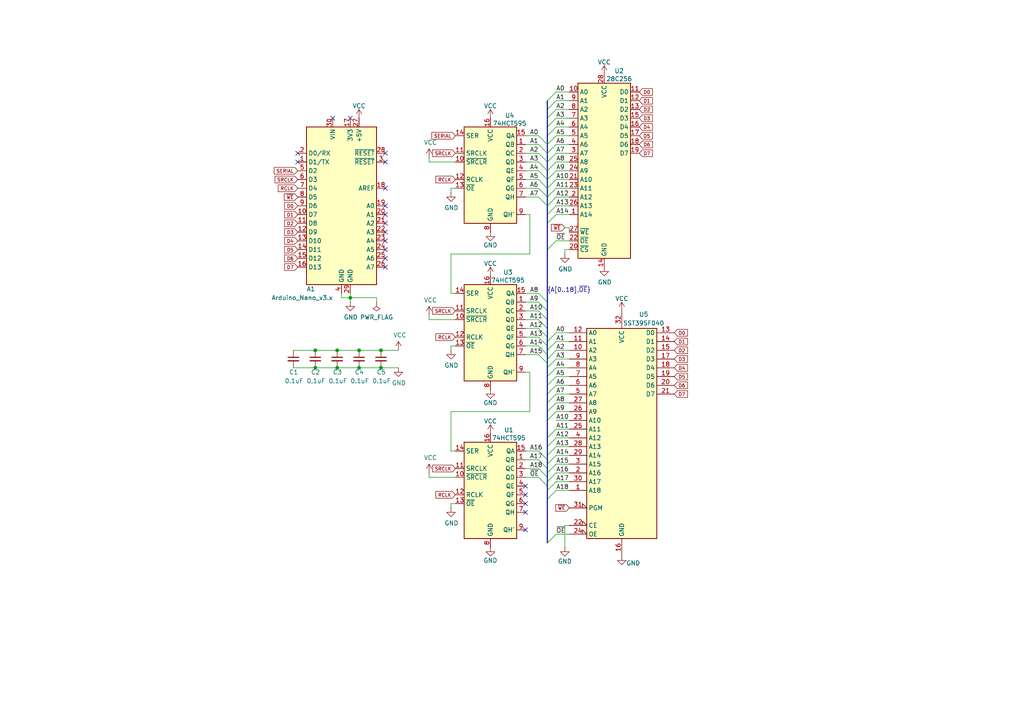
<source format=kicad_sch>
(kicad_sch (version 20231120) (generator "eeschema") (generator_version "8.0")
  (paper "A4")
  (title_block (title "MemoryProgrammer") (date "2024-04-01") (rev "2024-04-01"))
  (lib_symbols
    (symbol "74xx:74HCT595"
      (property "Reference" "U" (at -7.62 13.97 0))
      (property "Value" "74HCT595" (at -7.62 -16.51 0))
      (symbol "74HCT595_1_0"
        (pin tri_state line (at 10.16 7.62 180) (length 2.54) (name "QB") (number "1"))
        (pin input line (at -10.16 2.54 0) (length 2.54) (name "~{SRCLR}") (number "10"))
        (pin input line (at -10.16 5.08 0) (length 2.54) (name "SRCLK") (number "11"))
        (pin input line (at -10.16 -2.54 0) (length 2.54) (name "RCLK") (number "12"))
        (pin input line (at -10.16 -5.08 0) (length 2.54) (name "~{OE}") (number "13"))
        (pin input line (at -10.16 10.16 0) (length 2.54) (name "SER") (number "14"))
        (pin tri_state line (at 10.16 10.16 180) (length 2.54) (name "QA") (number "15"))
        (pin power_in line (at 0 15.24 270) (length 2.54) (name "VCC") (number "16"))
        (pin tri_state line (at 10.16 5.08 180) (length 2.54) (name "QC") (number "2"))
        (pin tri_state line (at 10.16 2.54 180) (length 2.54) (name "QD") (number "3"))
        (pin tri_state line (at 10.16 0 180) (length 2.54) (name "QE") (number "4"))
        (pin tri_state line (at 10.16 -2.54 180) (length 2.54) (name "QF") (number "5"))
        (pin tri_state line (at 10.16 -5.08 180) (length 2.54) (name "QG") (number "6"))
        (pin tri_state line (at 10.16 -7.62 180) (length 2.54) (name "QH") (number "7"))
        (pin power_in line (at 0 -17.78 90) (length 2.54) (name "GND") (number "8"))
        (pin output line (at 10.16 -12.7 180) (length 2.54) (name "QH'") (number "9"))
      )
      (symbol "74HCT595_1_1"
        (rectangle (start -7.62 12.7) (end 7.62 -15.24) (stroke (width 0.254)) (fill (type background)))
      )
    )
    (symbol "Device:C_Small" (pin_numbers hide) (pin_names (offset 0.254) hide)
      (property "Reference" "C" (at 0.254 1.778 0))
      (property "Value" "C_Small" (at 0.254 -2.032 0))
      (symbol "C_Small_0_1"
        (polyline (pts (xy -1.524 -0.508) (xy 1.524 -0.508)) (stroke (width 0.3302)))
        (polyline (pts (xy -1.524 0.508) (xy 1.524 0.508)) (stroke (width 0.3048)))
      )
      (symbol "C_Small_1_1"
        (pin passive line (at 0 2.54 270) (length 2.032) (name "~") (number "1"))
        (pin passive line (at 0 -2.54 90) (length 2.032) (name "~") (number "2"))
      )
    )
    (symbol "MCU_Module:Arduino_Nano_v3.x"
      (property "Reference" "A" (at -10.16 23.495 0))
      (property "Value" "Arduino_Nano_v3.x" (at 5.08 -24.13 0))
      (symbol "Arduino_Nano_v3.x_0_1"
        (rectangle (start -10.16 22.86) (end 10.16 -22.86) (stroke (width 0.254)) (fill (type background)))
      )
      (symbol "Arduino_Nano_v3.x_1_1"
        (pin bidirectional line (at -12.7 12.7 0) (length 2.54) (name "D1/TX") (number "1"))
        (pin bidirectional line (at -12.7 -2.54 0) (length 2.54) (name "D7") (number "10"))
        (pin bidirectional line (at -12.7 -5.08 0) (length 2.54) (name "D8") (number "11"))
        (pin bidirectional line (at -12.7 -7.62 0) (length 2.54) (name "D9") (number "12"))
        (pin bidirectional line (at -12.7 -10.16 0) (length 2.54) (name "D10") (number "13"))
        (pin bidirectional line (at -12.7 -12.7 0) (length 2.54) (name "D11") (number "14"))
        (pin bidirectional line (at -12.7 -15.24 0) (length 2.54) (name "D12") (number "15"))
        (pin bidirectional line (at -12.7 -17.78 0) (length 2.54) (name "D13") (number "16"))
        (pin power_out line (at 2.54 25.4 270) (length 2.54) (name "3V3") (number "17"))
        (pin input line (at 12.7 5.08 180) (length 2.54) (name "AREF") (number "18"))
        (pin bidirectional line (at 12.7 0 180) (length 2.54) (name "A0") (number "19"))
        (pin bidirectional line (at -12.7 15.24 0) (length 2.54) (name "D0/RX") (number "2"))
        (pin bidirectional line (at 12.7 -2.54 180) (length 2.54) (name "A1") (number "20"))
        (pin bidirectional line (at 12.7 -5.08 180) (length 2.54) (name "A2") (number "21"))
        (pin bidirectional line (at 12.7 -7.62 180) (length 2.54) (name "A3") (number "22"))
        (pin bidirectional line (at 12.7 -10.16 180) (length 2.54) (name "A4") (number "23"))
        (pin bidirectional line (at 12.7 -12.7 180) (length 2.54) (name "A5") (number "24"))
        (pin bidirectional line (at 12.7 -15.24 180) (length 2.54) (name "A6") (number "25"))
        (pin bidirectional line (at 12.7 -17.78 180) (length 2.54) (name "A7") (number "26"))
        (pin power_out line (at 5.08 25.4 270) (length 2.54) (name "+5V") (number "27"))
        (pin input line (at 12.7 15.24 180) (length 2.54) (name "~{RESET}") (number "28"))
        (pin power_in line (at 2.54 -25.4 90) (length 2.54) (name "GND") (number "29"))
        (pin input line (at 12.7 12.7 180) (length 2.54) (name "~{RESET}") (number "3"))
        (pin power_in line (at -2.54 25.4 270) (length 2.54) (name "VIN") (number "30"))
        (pin power_in line (at 0 -25.4 90) (length 2.54) (name "GND") (number "4"))
        (pin bidirectional line (at -12.7 10.16 0) (length 2.54) (name "D2") (number "5"))
        (pin bidirectional line (at -12.7 7.62 0) (length 2.54) (name "D3") (number "6"))
        (pin bidirectional line (at -12.7 5.08 0) (length 2.54) (name "D4") (number "7"))
        (pin bidirectional line (at -12.7 2.54 0) (length 2.54) (name "D5") (number "8"))
        (pin bidirectional line (at -12.7 0 0) (length 2.54) (name "D6") (number "9"))
      )
    )
    (symbol "Memory_EEPROM:28C256"
      (property "Reference" "U" (at -7.62 26.67 0))
      (property "Value" "28C256" (at 2.54 -26.67 0))
      (symbol "28C256_1_1"
        (rectangle (start -7.62 25.4) (end 7.62 -25.4) (stroke (width 0.254)) (fill (type background)))
        (pin input line (at -10.16 -12.7 0) (length 2.54) (name "A14") (number "1"))
        (pin input line (at -10.16 22.86 0) (length 2.54) (name "A0") (number "10"))
        (pin tri_state line (at 10.16 22.86 180) (length 2.54) (name "D0") (number "11"))
        (pin tri_state line (at 10.16 20.32 180) (length 2.54) (name "D1") (number "12"))
        (pin tri_state line (at 10.16 17.78 180) (length 2.54) (name "D2") (number "13"))
        (pin power_in line (at 0 -27.94 90) (length 2.54) (name "GND") (number "14"))
        (pin tri_state line (at 10.16 15.24 180) (length 2.54) (name "D3") (number "15"))
        (pin tri_state line (at 10.16 12.7 180) (length 2.54) (name "D4") (number "16"))
        (pin tri_state line (at 10.16 10.16 180) (length 2.54) (name "D5") (number "17"))
        (pin tri_state line (at 10.16 7.62 180) (length 2.54) (name "D6") (number "18"))
        (pin tri_state line (at 10.16 5.08 180) (length 2.54) (name "D7") (number "19"))
        (pin input line (at -10.16 -7.62 0) (length 2.54) (name "A12") (number "2"))
        (pin input line (at -10.16 -22.86 0) (length 2.54) (name "~{CS}") (number "20"))
        (pin input line (at -10.16 -2.54 0) (length 2.54) (name "A10") (number "21"))
        (pin input line (at -10.16 -20.32 0) (length 2.54) (name "~{OE}") (number "22"))
        (pin input line (at -10.16 -5.08 0) (length 2.54) (name "A11") (number "23"))
        (pin input line (at -10.16 0 0) (length 2.54) (name "A9") (number "24"))
        (pin input line (at -10.16 2.54 0) (length 2.54) (name "A8") (number "25"))
        (pin input line (at -10.16 -10.16 0) (length 2.54) (name "A13") (number "26"))
        (pin input line (at -10.16 -17.78 0) (length 2.54) (name "~{WE}") (number "27"))
        (pin power_in line (at 0 27.94 270) (length 2.54) (name "VCC") (number "28"))
        (pin input line (at -10.16 5.08 0) (length 2.54) (name "A7") (number "3"))
        (pin input line (at -10.16 7.62 0) (length 2.54) (name "A6") (number "4"))
        (pin input line (at -10.16 10.16 0) (length 2.54) (name "A5") (number "5"))
        (pin input line (at -10.16 12.7 0) (length 2.54) (name "A4") (number "6"))
        (pin input line (at -10.16 15.24 0) (length 2.54) (name "A3") (number "7"))
        (pin input line (at -10.16 17.78 0) (length 2.54) (name "A2") (number "8"))
        (pin input line (at -10.16 20.32 0) (length 2.54) (name "A1") (number "9"))
      )
    )
    (symbol "Memory_Flash:SST39SF040"
      (property "Reference" "U" (at 2.54 33.02 0))
      (property "Value" "SST39SF040" (at 0 -30.48 0))
      (symbol "SST39SF040_0_0"
        (pin power_in line (at 0 -34.29 90) (length 5.08) (name "GND") (number "16"))
        (pin power_in line (at 0 36.83 270) (length 5.08) (name "VCC") (number "32"))
      )
      (symbol "SST39SF040_0_1"
        (rectangle (start -10.16 31.75) (end 10.16 -29.21) (stroke (width 0.254)) (fill (type background)))
      )
      (symbol "SST39SF040_1_1"
        (pin input line (at -15.24 -15.24 0) (length 5.08) (name "A18") (number "1"))
        (pin input line (at -15.24 25.4 0) (length 5.08) (name "A2") (number "10"))
        (pin input line (at -15.24 27.94 0) (length 5.08) (name "A1") (number "11"))
        (pin input line (at -15.24 30.48 0) (length 5.08) (name "A0") (number "12"))
        (pin tri_state line (at 15.24 30.48 180) (length 5.08) (name "D0") (number "13"))
        (pin tri_state line (at 15.24 27.94 180) (length 5.08) (name "D1") (number "14"))
        (pin tri_state line (at 15.24 25.4 180) (length 5.08) (name "D2") (number "15"))
        (pin tri_state line (at 15.24 22.86 180) (length 5.08) (name "D3") (number "17"))
        (pin tri_state line (at 15.24 20.32 180) (length 5.08) (name "D4") (number "18"))
        (pin tri_state line (at 15.24 17.78 180) (length 5.08) (name "D5") (number "19"))
        (pin input line (at -15.24 -10.16 0) (length 5.08) (name "A16") (number "2"))
        (pin tri_state line (at 15.24 15.24 180) (length 5.08) (name "D6") (number "20"))
        (pin tri_state line (at 15.24 12.7 180) (length 5.08) (name "D7") (number "21"))
        (pin input input_low (at -15.24 -25.4 0) (length 5.08) (name "CE") (number "22"))
        (pin input line (at -15.24 5.08 0) (length 5.08) (name "A10") (number "23"))
        (pin input input_low (at -15.24 -27.94 0) (length 5.08) (name "OE") (number "24"))
        (pin input line (at -15.24 2.54 0) (length 5.08) (name "A11") (number "25"))
        (pin input line (at -15.24 7.62 0) (length 5.08) (name "A9") (number "26"))
        (pin input line (at -15.24 10.16 0) (length 5.08) (name "A8") (number "27"))
        (pin input line (at -15.24 -2.54 0) (length 5.08) (name "A13") (number "28"))
        (pin input line (at -15.24 -5.08 0) (length 5.08) (name "A14") (number "29"))
        (pin input line (at -15.24 -7.62 0) (length 5.08) (name "A15") (number "3"))
        (pin input line (at -15.24 -12.7 0) (length 5.08) (name "A17") (number "30"))
        (pin input input_low (at -15.24 -20.32 0) (length 5.08) (name "PGM") (number "31"))
        (pin input line (at -15.24 0 0) (length 5.08) (name "A12") (number "4"))
        (pin input line (at -15.24 12.7 0) (length 5.08) (name "A7") (number "5"))
        (pin input line (at -15.24 15.24 0) (length 5.08) (name "A6") (number "6"))
        (pin input line (at -15.24 17.78 0) (length 5.08) (name "A5") (number "7"))
        (pin input line (at -15.24 20.32 0) (length 5.08) (name "A4") (number "8"))
        (pin input line (at -15.24 22.86 0) (length 5.08) (name "A3") (number "9"))
      )
    )
    (symbol "power:GND" (power) (pin_numbers hide) (pin_names (offset 0) hide)
      (property "Value" "GND" (at 0 -3.81 0))
      (symbol "GND_0_1"
        (polyline (pts (xy 0 0) (xy 0 -1.27) (xy 1.27 -1.27) (xy 0 -2.54) (xy -1.27 -1.27) (xy 0 -1.27)))
      )
      (symbol "GND_1_1"
        (pin power_in line (at 0 0 270) (length 0) (name "~") (number "1"))
      )
    )
    (symbol "power:PWR_FLAG" (power) (pin_numbers hide) (pin_names (offset 0) hide)
      (property "Value" "PWR_FLAG" (at 0 3.81 0))
      (symbol "PWR_FLAG_0_0"
        (pin power_out line (at 0 0 90) (length 0) (name "~") (number "1"))
      )
      (symbol "PWR_FLAG_0_1"
        (polyline (pts (xy 0 0) (xy 0 1.27) (xy -1.016 1.905) (xy 0 2.54) (xy 1.016 1.905) (xy 0 1.27)))
      )
    )
    (symbol "power:VCC" (power) (pin_numbers hide) (pin_names (offset 0) hide)
      (property "Value" "VCC" (at 0 3.556 0))
      (symbol "VCC_0_1"
        (polyline (pts (xy -0.762 1.27) (xy 0 2.54)))
        (polyline (pts (xy 0 0) (xy 0 2.54)))
        (polyline (pts (xy 0 2.54) (xy 0.762 1.27)))
      )
      (symbol "VCC_1_1"
        (pin power_in line (at 0 0 90) (length 0) (name "~") (number "1"))
      )
    )
  )
  (junction (at 104.14 101.6))
  (junction (at 104.14 106.68))
  (junction (at 110.49 101.6))
  (junction (at 91.44 101.6))
  (junction (at 97.79 101.6))
  (junction (at 91.44 106.68))
  (junction (at 97.79 106.68))
  (junction (at 110.49 106.68))
  (junction (at 101.6 86.36))
  (no_connect (at 111.76 67.31))
  (no_connect (at 152.4 153.67))
  (no_connect (at 152.4 146.05))
  (no_connect (at 152.4 140.97))
  (no_connect (at 111.76 77.47))
  (no_connect (at 111.76 54.61))
  (no_connect (at 111.76 59.69))
  (no_connect (at 86.36 46.99))
  (no_connect (at 111.76 64.77))
  (no_connect (at 152.4 143.51))
  (no_connect (at 111.76 69.85))
  (no_connect (at 111.76 74.93))
  (no_connect (at 96.52 34.29))
  (no_connect (at 152.4 148.59))
  (no_connect (at 111.76 44.45))
  (no_connect (at 111.76 72.39))
  (no_connect (at 111.76 62.23))
  (no_connect (at 111.76 46.99))
  (no_connect (at 86.36 44.45))
  (no_connect (at 101.6 34.29))
  (bus_entry (at 158.75 104.14) (size 2.54 -2.54))
  (bus_entry (at 158.75 39.37) (size 2.54 -2.54))
  (bus_entry (at 158.75 144.78) (size 2.54 -2.54))
  (bus_entry (at 158.75 41.91) (size -2.54 -2.54))
  (bus_entry (at 156.21 92.71) (size 2.54 2.54))
  (bus_entry (at 158.75 44.45) (size -2.54 -2.54))
  (bus_entry (at 156.21 100.33) (size 2.54 2.54))
  (bus_entry (at 158.75 142.24) (size 2.54 -2.54))
  (bus_entry (at 158.75 132.08) (size 2.54 -2.54))
  (bus_entry (at 158.75 114.3) (size 2.54 -2.54))
  (bus_entry (at 158.75 139.7) (size 2.54 -2.54))
  (bus_entry (at 158.75 72.39) (size 2.54 -2.54))
  (bus_entry (at 158.75 52.07) (size 2.54 -2.54))
  (bus_entry (at 156.21 54.61) (size 2.54 2.54))
  (bus_entry (at 158.75 109.22) (size 2.54 -2.54))
  (bus_entry (at 158.75 49.53) (size 2.54 -2.54))
  (bus_entry (at 156.21 57.15) (size 2.54 2.54))
  (bus_entry (at 158.75 127) (size 2.54 -2.54))
  (bus_entry (at 156.21 135.89) (size 2.54 2.54))
  (bus_entry (at 158.75 34.29) (size 2.54 -2.54))
  (bus_entry (at 158.75 99.06) (size 2.54 -2.54))
  (bus_entry (at 156.21 97.79) (size 2.54 2.54))
  (bus_entry (at 156.21 52.07) (size 2.54 2.54))
  (bus_entry (at 158.75 106.68) (size 2.54 -2.54))
  (bus_entry (at 158.75 59.69) (size 2.54 -2.54))
  (bus_entry (at 156.21 44.45) (size 2.54 2.54))
  (bus_entry (at 161.29 26.67) (size -2.54 2.54))
  (bus_entry (at 158.75 157.48) (size 2.54 -2.54))
  (bus_entry (at 158.75 129.54) (size 2.54 -2.54))
  (bus_entry (at 156.21 138.43) (size 2.54 2.54))
  (bus_entry (at 158.75 134.62) (size 2.54 -2.54))
  (bus_entry (at 158.75 111.76) (size 2.54 -2.54))
  (bus_entry (at 158.75 116.84) (size 2.54 -2.54))
  (bus_entry (at 156.21 133.35) (size 2.54 2.54))
  (bus_entry (at 158.75 101.6) (size 2.54 -2.54))
  (bus_entry (at 158.75 64.77) (size 2.54 -2.54))
  (bus_entry (at 158.75 54.61) (size 2.54 -2.54))
  (bus_entry (at 158.75 121.92) (size 2.54 -2.54))
  (bus_entry (at 158.75 62.23) (size 2.54 -2.54))
  (bus_entry (at 156.21 87.63) (size 2.54 2.54))
  (bus_entry (at 156.21 85.09) (size 2.54 2.54))
  (bus_entry (at 156.21 102.87) (size 2.54 2.54))
  (bus_entry (at 158.75 46.99) (size 2.54 -2.54))
  (bus_entry (at 156.21 46.99) (size 2.54 2.54))
  (bus_entry (at 158.75 31.75) (size 2.54 -2.54))
  (bus_entry (at 158.75 41.91) (size 2.54 -2.54))
  (bus_entry (at 158.75 137.16) (size 2.54 -2.54))
  (bus_entry (at 156.21 130.81) (size 2.54 2.54))
  (bus_entry (at 158.75 44.45) (size 2.54 -2.54))
  (bus_entry (at 156.21 90.17) (size 2.54 2.54))
  (bus_entry (at 156.21 49.53) (size 2.54 2.54))
  (bus_entry (at 158.75 36.83) (size 2.54 -2.54))
  (bus_entry (at 156.21 95.25) (size 2.54 2.54))
  (bus_entry (at 158.75 119.38) (size 2.54 -2.54))
  (bus_entry (at 158.75 57.15) (size 2.54 -2.54))
  (wire (pts (xy 165.1 46.99) (xy 161.29 46.99)))
  (bus (pts (xy 158.75 140.97) (xy 158.75 142.24)))
  (wire (pts (xy 165.1 119.38) (xy 161.29 119.38)))
  (wire (pts (xy 130.81 54.61) (xy 130.81 55.88)))
  (bus (pts (xy 158.75 135.89) (xy 158.75 137.16)))
  (wire (pts (xy 152.4 57.15) (xy 156.21 57.15)))
  (wire (pts (xy 124.46 137.16) (xy 124.46 138.43)))
  (wire (pts (xy 165.1 57.15) (xy 161.29 57.15)))
  (wire (pts (xy 124.46 45.72) (xy 124.46 46.99)))
  (bus (pts (xy 158.75 129.54) (xy 158.75 132.08)))
  (bus (pts (xy 158.75 104.14) (xy 158.75 105.41)))
  (wire (pts (xy 130.81 73.66) (xy 130.81 85.09)))
  (wire (pts (xy 152.4 85.09) (xy 156.21 85.09)))
  (wire (pts (xy 165.1 62.23) (xy 161.29 62.23)))
  (bus (pts (xy 158.75 31.75) (xy 158.75 34.29)))
  (wire (pts (xy 165.1 54.61) (xy 161.29 54.61)))
  (bus (pts (xy 158.75 132.08) (xy 158.75 133.35)))
  (wire (pts (xy 165.1 49.53) (xy 161.29 49.53)))
  (bus (pts (xy 158.75 144.78) (xy 158.75 157.48)))
  (wire (pts (xy 165.1 104.14) (xy 161.29 104.14)))
  (bus (pts (xy 158.75 106.68) (xy 158.75 109.22)))
  (wire (pts (xy 165.1 34.29) (xy 161.29 34.29)))
  (bus (pts (xy 158.75 116.84) (xy 158.75 119.38)))
  (wire (pts (xy 165.1 127) (xy 161.29 127)))
  (wire (pts (xy 99.06 85.09) (xy 99.06 86.36)))
  (wire (pts (xy 152.4 135.89) (xy 156.21 135.89)))
  (bus (pts (xy 158.75 139.7) (xy 158.75 140.97)))
  (wire (pts (xy 152.4 92.71) (xy 156.21 92.71)))
  (bus (pts (xy 158.75 29.21) (xy 158.75 31.75)))
  (wire (pts (xy 152.4 95.25) (xy 156.21 95.25)))
  (wire (pts (xy 124.46 91.44) (xy 124.46 92.71)))
  (bus (pts (xy 158.75 99.06) (xy 158.75 100.33)))
  (wire (pts (xy 152.4 39.37) (xy 156.21 39.37)))
  (wire (pts (xy 152.4 100.33) (xy 156.21 100.33)))
  (wire (pts (xy 101.6 86.36) (xy 101.6 85.09)))
  (bus (pts (xy 158.75 87.63) (xy 158.75 90.17)))
  (wire (pts (xy 165.1 67.31) (xy 165.1 66.04)))
  (wire (pts (xy 165.1 72.39) (xy 163.83 72.39)))
  (wire (pts (xy 165.1 134.62) (xy 161.29 134.62)))
  (wire (pts (xy 110.49 106.68) (xy 115.57 106.68)))
  (wire (pts (xy 165.1 99.06) (xy 161.29 99.06)))
  (bus (pts (xy 158.75 54.61) (xy 158.75 57.15)))
  (wire (pts (xy 165.1 111.76) (xy 161.29 111.76)))
  (wire (pts (xy 130.81 146.05) (xy 130.81 147.32)))
  (bus (pts (xy 158.75 72.39) (xy 158.75 87.63)))
  (bus (pts (xy 158.75 59.69) (xy 158.75 62.23)))
  (wire (pts (xy 101.6 86.36) (xy 109.22 86.36)))
  (wire (pts (xy 152.4 52.07) (xy 156.21 52.07)))
  (wire (pts (xy 130.81 119.38) (xy 130.81 130.81)))
  (bus (pts (xy 158.75 137.16) (xy 158.75 138.43)))
  (wire (pts (xy 152.4 54.61) (xy 156.21 54.61)))
  (bus (pts (xy 158.75 39.37) (xy 158.75 41.91)))
  (wire (pts (xy 165.1 96.52) (xy 161.29 96.52)))
  (wire (pts (xy 161.29 129.54) (xy 165.1 129.54)))
  (wire (pts (xy 153.67 73.66) (xy 130.81 73.66)))
  (bus (pts (xy 158.75 46.99) (xy 158.75 49.53)))
  (wire (pts (xy 165.1 66.04) (xy 163.83 66.04)))
  (wire (pts (xy 165.1 116.84) (xy 161.29 116.84)))
  (bus (pts (xy 158.75 138.43) (xy 158.75 139.7)))
  (bus (pts (xy 158.75 44.45) (xy 158.75 46.99)))
  (bus (pts (xy 158.75 62.23) (xy 158.75 64.77)))
  (bus (pts (xy 158.75 36.83) (xy 158.75 39.37)))
  (bus (pts (xy 158.75 114.3) (xy 158.75 116.84)))
  (wire (pts (xy 97.79 101.6) (xy 91.44 101.6)))
  (wire (pts (xy 153.67 62.23) (xy 153.67 73.66)))
  (wire (pts (xy 152.4 62.23) (xy 153.67 62.23)))
  (bus (pts (xy 158.75 119.38) (xy 158.75 121.92)))
  (wire (pts (xy 165.1 101.6) (xy 161.29 101.6)))
  (wire (pts (xy 104.14 106.68) (xy 110.49 106.68)))
  (bus (pts (xy 158.75 127) (xy 158.75 129.54)))
  (wire (pts (xy 132.08 54.61) (xy 130.81 54.61)))
  (wire (pts (xy 163.83 158.75) (xy 163.83 152.4)))
  (wire (pts (xy 165.1 137.16) (xy 161.29 137.16)))
  (bus (pts (xy 158.75 102.87) (xy 158.75 104.14)))
  (bus (pts (xy 158.75 34.29) (xy 158.75 36.83)))
  (bus (pts (xy 158.75 105.41) (xy 158.75 106.68)))
  (wire (pts (xy 152.4 133.35) (xy 156.21 133.35)))
  (bus (pts (xy 158.75 49.53) (xy 158.75 52.07)))
  (wire (pts (xy 165.1 39.37) (xy 161.29 39.37)))
  (bus (pts (xy 158.75 109.22) (xy 158.75 111.76)))
  (wire (pts (xy 130.81 100.33) (xy 130.81 101.6)))
  (wire (pts (xy 85.09 106.68) (xy 91.44 106.68)))
  (wire (pts (xy 124.46 46.99) (xy 132.08 46.99)))
  (wire (pts (xy 165.1 121.92) (xy 161.29 121.92)))
  (bus (pts (xy 158.75 97.79) (xy 158.75 99.06)))
  (wire (pts (xy 91.44 101.6) (xy 85.09 101.6)))
  (wire (pts (xy 165.1 109.22) (xy 161.29 109.22)))
  (bus (pts (xy 158.75 100.33) (xy 158.75 101.6)))
  (wire (pts (xy 165.1 114.3) (xy 161.29 114.3)))
  (bus (pts (xy 158.75 121.92) (xy 158.75 127)))
  (wire (pts (xy 165.1 44.45) (xy 161.29 44.45)))
  (wire (pts (xy 152.4 87.63) (xy 156.21 87.63)))
  (wire (pts (xy 115.57 101.6) (xy 110.49 101.6)))
  (wire (pts (xy 165.1 29.21) (xy 161.29 29.21)))
  (wire (pts (xy 165.1 59.69) (xy 161.29 59.69)))
  (wire (pts (xy 130.81 85.09) (xy 132.08 85.09)))
  (bus (pts (xy 158.75 134.62) (xy 158.75 135.89)))
  (wire (pts (xy 153.67 107.95) (xy 153.67 119.38)))
  (wire (pts (xy 124.46 92.71) (xy 132.08 92.71)))
  (wire (pts (xy 130.81 130.81) (xy 132.08 130.81)))
  (wire (pts (xy 124.46 138.43) (xy 132.08 138.43)))
  (wire (pts (xy 163.83 72.39) (xy 163.83 73.66)))
  (wire (pts (xy 165.1 52.07) (xy 161.29 52.07)))
  (wire (pts (xy 165.1 41.91) (xy 161.29 41.91)))
  (bus (pts (xy 158.75 92.71) (xy 158.75 95.25)))
  (wire (pts (xy 152.4 41.91) (xy 156.21 41.91)))
  (bus (pts (xy 158.75 90.17) (xy 158.75 92.71)))
  (bus (pts (xy 158.75 41.91) (xy 158.75 44.45)))
  (wire (pts (xy 165.1 139.7) (xy 161.29 139.7)))
  (bus (pts (xy 158.75 142.24) (xy 158.75 144.78)))
  (wire (pts (xy 165.1 36.83) (xy 161.29 36.83)))
  (wire (pts (xy 152.4 44.45) (xy 156.21 44.45)))
  (bus (pts (xy 158.75 101.6) (xy 158.75 102.87)))
  (wire (pts (xy 152.4 90.17) (xy 156.21 90.17)))
  (wire (pts (xy 165.1 106.68) (xy 161.29 106.68)))
  (wire (pts (xy 165.1 142.24) (xy 161.29 142.24)))
  (wire (pts (xy 132.08 146.05) (xy 130.81 146.05)))
  (wire (pts (xy 132.08 100.33) (xy 130.81 100.33)))
  (bus (pts (xy 158.75 133.35) (xy 158.75 134.62)))
  (bus (pts (xy 158.75 52.07) (xy 158.75 54.61)))
  (wire (pts (xy 152.4 107.95) (xy 153.67 107.95)))
  (wire (pts (xy 165.1 154.94) (xy 161.29 154.94)))
  (wire (pts (xy 152.4 102.87) (xy 156.21 102.87)))
  (wire (pts (xy 110.49 101.6) (xy 104.14 101.6)))
  (bus (pts (xy 158.75 111.76) (xy 158.75 114.3)))
  (wire (pts (xy 99.06 86.36) (xy 101.6 86.36)))
  (wire (pts (xy 152.4 49.53) (xy 156.21 49.53)))
  (wire (pts (xy 152.4 130.81) (xy 156.21 130.81)))
  (wire (pts (xy 163.83 152.4) (xy 165.1 152.4)))
  (wire (pts (xy 91.44 106.68) (xy 97.79 106.68)))
  (wire (pts (xy 165.1 124.46) (xy 161.29 124.46)))
  (wire (pts (xy 153.67 119.38) (xy 130.81 119.38)))
  (wire (pts (xy 104.14 101.6) (xy 97.79 101.6)))
  (wire (pts (xy 152.4 46.99) (xy 156.21 46.99)))
  (wire (pts (xy 165.1 132.08) (xy 161.29 132.08)))
  (bus (pts (xy 158.75 95.25) (xy 158.75 97.79)))
  (wire (pts (xy 152.4 138.43) (xy 156.21 138.43)))
  (wire (pts (xy 101.6 86.36) (xy 101.6 87.63)))
  (wire (pts (xy 165.1 26.67) (xy 161.29 26.67)))
  (wire (pts (xy 165.1 31.75) (xy 161.29 31.75)))
  (wire (pts (xy 165.1 69.85) (xy 161.29 69.85)))
  (bus (pts (xy 158.75 64.77) (xy 158.75 72.39)))
  (wire (pts (xy 97.79 106.68) (xy 104.14 106.68)))
  (wire (pts (xy 109.22 86.36) (xy 109.22 87.63)))
  (wire (pts (xy 152.4 97.79) (xy 156.21 97.79)))
  (bus (pts (xy 158.75 57.15) (xy 158.75 59.69)))
  (label "A12" (at 153.67 95.25 0))
  (label "A14" (at 161.29 132.08 0))
  (label "A8" (at 161.29 46.99 0))
  (label "A6" (at 153.67 54.61 0))
  (label "A9" (at 161.29 49.53 0))
  (label "A18" (at 161.29 142.24 0))
  (label "A4" (at 161.29 106.68 0))
  (label "A5" (at 161.29 109.22 0))
  (label "A8" (at 153.67 85.09 0))
  (label "A11" (at 161.29 54.61 0))
  (label "A2" (at 161.29 31.75 0))
  (label "A11" (at 161.29 124.46 0))
  (label "A2" (at 153.67 44.45 0))
  (label "A17" (at 153.67 133.35 0))
  (label "A13" (at 161.29 129.54 0))
  (label "A10" (at 153.67 90.17 0))
  (label "A6" (at 161.29 41.91 0))
  (label "A17" (at 161.29 139.7 0))
  (label "A10" (at 161.29 52.07 0))
  (label "A12" (at 161.29 57.15 0))
  (label "A7" (at 153.67 57.15 0))
  (label "A15" (at 161.29 134.62 0))
  (label "A8" (at 161.29 116.84 0))
  (label "A1" (at 153.67 41.91 0))
  (label "A0" (at 161.29 26.67 0))
  (label "A1" (at 161.29 29.21 0))
  (label "~{OE}" (at 153.67 138.43 0))
  (label "A2" (at 161.29 101.6 0))
  (label "A14" (at 153.67 100.33 0))
  (label "A3" (at 153.67 46.99 0))
  (label "A16" (at 161.29 137.16 0))
  (label "A13" (at 153.67 97.79 0))
  (label "A12" (at 161.29 127 0))
  (label "{A[0..18],~{OE}}" (at 158.75 85.09 0))
  (label "A16" (at 153.67 130.81 0))
  (label "A5" (at 153.67 52.07 0))
  (label "A10" (at 161.29 121.92 0))
  (label "A15" (at 153.67 102.87 0))
  (label "A4" (at 161.29 36.83 0))
  (label "A0" (at 153.67 39.37 0))
  (label "A4" (at 153.67 49.53 0))
  (label "A1" (at 161.29 99.06 0))
  (label "A18" (at 153.67 135.89 0))
  (label "~{OE}" (at 161.29 154.94 0))
  (label "A9" (at 153.67 87.63 0))
  (label "A7" (at 161.29 114.3 0))
  (label "A5" (at 161.29 39.37 0))
  (label "A14" (at 161.29 62.23 0))
  (label "A0" (at 161.29 96.52 0))
  (label "A3" (at 161.29 34.29 0))
  (label "A6" (at 161.29 111.76 0))
  (label "A11" (at 153.67 92.71 0))
  (label "~{OE}" (at 161.29 69.85 0))
  (label "A7" (at 161.29 44.45 0))
  (label "A9" (at 161.29 119.38 0))
  (label "A3" (at 161.29 104.14 0))
  (label "A13" (at 161.29 59.69 0))
  (global_label "D4" (shape input) (at 86.36 69.85 180) (effects (font (size 0.9906 0.9906))) (property "Intersheetrefs" "${INTERSHEET_REFS}" (effects (hide yes))))
  (global_label "D2" (shape input) (at 185.42 31.75 0) (effects (font (size 0.9906 0.9906))) (property "Intersheetrefs" "${INTERSHEET_REFS}" (effects (hide yes))))
  (global_label "D3" (shape input) (at 185.42 34.29 0) (effects (font (size 0.9906 0.9906))) (property "Intersheetrefs" "${INTERSHEET_REFS}" (effects (hide yes))))
  (global_label "~{WE}" (shape input) (at 163.83 66.04 180) (effects (font (size 0.9906 0.9906))) (property "Intersheetrefs" "${INTERSHEET_REFS}" (effects (hide yes))))
  (global_label "SERIAL" (shape input) (at 132.08 39.37 180) (effects (font (size 0.9906 0.9906))) (property "Intersheetrefs" "${INTERSHEET_REFS}" (effects (hide yes))))
  (global_label "SRCLK" (shape input) (at 86.36 52.07 180) (effects (font (size 0.9906 0.9906))) (property "Intersheetrefs" "${INTERSHEET_REFS}" (effects (hide yes))))
  (global_label "RCLK" (shape input) (at 86.36 54.61 180) (effects (font (size 0.9906 0.9906))) (property "Intersheetrefs" "${INTERSHEET_REFS}" (effects (hide yes))))
  (global_label "D4" (shape input) (at 195.58 106.68 0) (effects (font (size 0.9906 0.9906))) (property "Intersheetrefs" "${INTERSHEET_REFS}" (effects (hide yes))))
  (global_label "D3" (shape input) (at 195.58 104.14 0) (effects (font (size 0.9906 0.9906))) (property "Intersheetrefs" "${INTERSHEET_REFS}" (effects (hide yes))))
  (global_label "~{WE}" (shape input) (at 165.1 147.32 180) (effects (font (size 0.9906 0.9906))) (property "Intersheetrefs" "${INTERSHEET_REFS}" (effects (hide yes))))
  (global_label "RCLK" (shape input) (at 132.08 143.51 180) (effects (font (size 0.9906 0.9906))) (property "Intersheetrefs" "${INTERSHEET_REFS}" (effects (hide yes))))
  (global_label "D6" (shape input) (at 185.42 41.91 0) (effects (font (size 0.9906 0.9906))) (property "Intersheetrefs" "${INTERSHEET_REFS}" (effects (hide yes))))
  (global_label "SRCLK" (shape input) (at 132.08 90.17 180) (effects (font (size 0.9906 0.9906))) (property "Intersheetrefs" "${INTERSHEET_REFS}" (effects (hide yes))))
  (global_label "D1" (shape input) (at 185.42 29.21 0) (effects (font (size 0.9906 0.9906))) (property "Intersheetrefs" "${INTERSHEET_REFS}" (effects (hide yes))))
  (global_label "SERIAL" (shape input) (at 86.36 49.53 180) (effects (font (size 0.9906 0.9906))) (property "Intersheetrefs" "${INTERSHEET_REFS}" (effects (hide yes))))
  (global_label "RCLK" (shape input) (at 132.08 52.07 180) (effects (font (size 0.9906 0.9906))) (property "Intersheetrefs" "${INTERSHEET_REFS}" (effects (hide yes))))
  (global_label "D2" (shape input) (at 195.58 101.6 0) (effects (font (size 0.9906 0.9906))) (property "Intersheetrefs" "${INTERSHEET_REFS}" (effects (hide yes))))
  (global_label "D5" (shape input) (at 86.36 72.39 180) (effects (font (size 0.9906 0.9906))) (property "Intersheetrefs" "${INTERSHEET_REFS}" (effects (hide yes))))
  (global_label "D1" (shape input) (at 86.36 62.23 180) (effects (font (size 0.9906 0.9906))) (property "Intersheetrefs" "${INTERSHEET_REFS}" (effects (hide yes))))
  (global_label "D7" (shape input) (at 195.58 114.3 0) (effects (font (size 0.9906 0.9906))) (property "Intersheetrefs" "${INTERSHEET_REFS}" (effects (hide yes))))
  (global_label "D0" (shape input) (at 185.42 26.67 0) (effects (font (size 0.9906 0.9906))) (property "Intersheetrefs" "${INTERSHEET_REFS}" (effects (hide yes))))
  (global_label "D6" (shape input) (at 195.58 111.76 0) (effects (font (size 0.9906 0.9906))) (property "Intersheetrefs" "${INTERSHEET_REFS}" (effects (hide yes))))
  (global_label "RCLK" (shape input) (at 132.08 97.79 180) (effects (font (size 0.9906 0.9906))) (property "Intersheetrefs" "${INTERSHEET_REFS}" (effects (hide yes))))
  (global_label "D0" (shape input) (at 195.58 96.52 0) (effects (font (size 0.9906 0.9906))) (property "Intersheetrefs" "${INTERSHEET_REFS}" (effects (hide yes))))
  (global_label "SRCLK" (shape input) (at 132.08 135.89 180) (effects (font (size 0.9906 0.9906))) (property "Intersheetrefs" "${INTERSHEET_REFS}" (effects (hide yes))))
  (global_label "D4" (shape input) (at 185.42 36.83 0) (effects (font (size 0.9906 0.9906))) (property "Intersheetrefs" "${INTERSHEET_REFS}" (effects (hide yes))))
  (global_label "D5" (shape input) (at 185.42 39.37 0) (effects (font (size 0.9906 0.9906))) (property "Intersheetrefs" "${INTERSHEET_REFS}" (effects (hide yes))))
  (global_label "D1" (shape input) (at 195.58 99.06 0) (effects (font (size 0.9906 0.9906))) (property "Intersheetrefs" "${INTERSHEET_REFS}" (effects (hide yes))))
  (global_label "D0" (shape input) (at 86.36 59.69 180) (effects (font (size 0.9906 0.9906))) (property "Intersheetrefs" "${INTERSHEET_REFS}" (effects (hide yes))))
  (global_label "D2" (shape input) (at 86.36 64.77 180) (effects (font (size 0.9906 0.9906))) (property "Intersheetrefs" "${INTERSHEET_REFS}" (effects (hide yes))))
  (global_label "D3" (shape input) (at 86.36 67.31 180) (effects (font (size 0.9906 0.9906))) (property "Intersheetrefs" "${INTERSHEET_REFS}" (effects (hide yes))))
  (global_label "D6" (shape input) (at 86.36 74.93 180) (effects (font (size 0.9906 0.9906))) (property "Intersheetrefs" "${INTERSHEET_REFS}" (effects (hide yes))))
  (global_label "D7" (shape input) (at 86.36 77.47 180) (effects (font (size 0.9906 0.9906))) (property "Intersheetrefs" "${INTERSHEET_REFS}" (effects (hide yes))))
  (global_label "SRCLK" (shape input) (at 132.08 44.45 180) (effects (font (size 0.9906 0.9906))) (property "Intersheetrefs" "${INTERSHEET_REFS}" (effects (hide yes))))
  (global_label "D5" (shape input) (at 195.58 109.22 0) (effects (font (size 0.9906 0.9906))) (property "Intersheetrefs" "${INTERSHEET_REFS}" (effects (hide yes))))
  (global_label "~{WE}" (shape input) (at 86.36 57.15 180) (effects (font (size 0.9906 0.9906))) (property "Intersheetrefs" "${INTERSHEET_REFS}" (effects (hide yes))))
  (global_label "D7" (shape input) (at 185.42 44.45 0) (effects (font (size 0.9906 0.9906))) (property "Intersheetrefs" "${INTERSHEET_REFS}" (effects (hide yes))))
  (symbol (lib_id "74xx:74HCT595") (at 142.24 95.25 0) (unit 1)
    (property "Reference" "U3" (at 147.32 78.994 0))
    (property "Value" "74HCT595" (at 147.32 81.3054 0))
    (property "Footprint" "Package_DIP:DIP-16_W7.62mm" (effects (hide yes)))
    (property "Datasheet" "https://assets.nexperia.com/documents/data-sheet/74HC_HCT595.pdf" (effects (hide yes)))
  )
  (symbol (lib_id "74xx:74HCT595") (at 142.24 140.97 0) (unit 1)
    (property "Reference" "U1" (at 147.574 124.714 0))
    (property "Value" "74HCT595" (at 147.574 127.0254 0))
    (property "Footprint" "Package_DIP:DIP-16_W7.62mm" (effects (hide yes)))
    (property "Datasheet" "https://assets.nexperia.com/documents/data-sheet/74HC_HCT595.pdf" (effects (hide yes)))
  )
  (symbol (lib_id "74xx:74HCT595") (at 142.24 49.53 0) (unit 1)
    (property "Reference" "U4" (at 147.828 33.5026 0))
    (property "Value" "74HCT595" (at 147.828 35.814 0))
    (property "Footprint" "Package_DIP:DIP-16_W7.62mm" (effects (hide yes)))
    (property "Datasheet" "https://assets.nexperia.com/documents/data-sheet/74HC_HCT595.pdf" (effects (hide yes)))
  )
  (symbol (lib_id "Memory_EEPROM:28C256") (at 175.26 49.53 0) (unit 1)
    (property "Reference" "U2" (at 179.578 20.574 0))
    (property "Value" "28C256" (at 179.578 22.8854 0))
    (property "Footprint" "Package_DIP:DIP-28_W15.24mm_Socket" (effects (hide yes)))
    (property "Datasheet" "http://ww1.microchip.com/downloads/en/DeviceDoc/doc0006.pdf" (effects (hide yes)))
  )
  (symbol (lib_id "MCU_Module:Arduino_Nano_v3.x") (at 99.06 59.69 0) (unit 1)
    (property "Reference" "A1" (at 90.17 83.82 0))
    (property "Value" "Arduino_Nano_v3.x" (at 87.63 86.36 0))
    (property "Footprint" "Module:Arduino_Nano" (effects (hide yes)))
    (property "Datasheet" "http://www.mouser.com/pdfdocs/Gravitech_Arduino_Nano3_0.pdf" (effects (hide yes)))
  )
  (symbol (lib_id "power:PWR_FLAG") (at 109.22 87.63 180) (unit 1)
    (property "Reference" "#FLG01" (effects (hide yes)))
    (property "Value" "PWR_FLAG" (at 109.22 92.0242 0))
  )
  (symbol (lib_id "power:GND") (at 142.24 67.31 0) (unit 1)
    (property "Reference" "#PWR012" (effects (hide yes)))
    (property "Value" "GND" (at 142.24 71.12 0))
  )
  (symbol (lib_id "power:GND") (at 142.24 113.03 0) (unit 1)
    (property "Reference" "#PWR013" (effects (hide yes)))
    (property "Value" "GND" (at 142.24 116.84 0))
  )
  (symbol (lib_id "power:GND") (at 142.24 158.75 0) (unit 1)
    (property "Reference" "#PWR014" (effects (hide yes)))
    (property "Value" "GND" (at 142.24 162.56 0))
  )
  (symbol (lib_id "power:VCC") (at 142.24 125.73 0) (unit 1)
    (property "Reference" "#PWR011" (effects (hide yes)))
    (property "Value" "VCC" (at 142.24 122.174 0))
  )
  (symbol (lib_id "power:VCC") (at 142.24 80.01 0) (unit 1)
    (property "Reference" "#PWR010" (effects (hide yes)))
    (property "Value" "VCC" (at 142.24 76.454 0))
  )
  (symbol (lib_id "power:VCC") (at 142.24 34.29 0) (unit 1)
    (property "Reference" "#PWR09" (effects (hide yes)))
    (property "Value" "VCC" (at 142.24 30.734 0))
  )
  (symbol (lib_id "power:VCC") (at 104.14 34.29 0) (unit 1)
    (property "Reference" "#PWR02" (effects (hide yes)))
    (property "Value" "VCC" (at 104.14 30.734 0))
  )
  (symbol (lib_id "power:GND") (at 101.6 87.63 0) (unit 1)
    (property "Reference" "#PWR01" (effects (hide yes)))
    (property "Value" "GND" (at 101.727 92.0242 0))
  )
  (symbol (lib_id "Device:C_Small") (at 85.09 104.14 0) (unit 1)
    (property "Reference" "C1" (at 83.82 107.95 0) (effects (justify left)))
    (property "Value" "0.1uF" (at 82.55 110.49 0) (effects (justify left)))
    (property "Footprint" "Capacitor_THT:C_Disc_D4.3mm_W1.9mm_P5.00mm" (effects (hide yes)))
  )
  (symbol (lib_id "power:GND") (at 163.83 73.66 0) (unit 1)
    (property "Reference" "#PWR015" (effects (hide yes)))
    (property "Value" "GND" (at 163.957 78.0542 0))
  )
  (symbol (lib_id "power:GND") (at 180.34 161.29 0) (unit 1)
    (property "Reference" "#PWR019" (effects (hide yes)))
    (property "Value" "GND" (at 183.642 163.322 0))
  )
  (symbol (lib_id "power:GND") (at 163.83 158.75 0) (unit 1)
    (property "Reference" "#PWR016" (effects (hide yes)))
    (property "Value" "GND" (at 163.83 162.814 0))
  )
  (symbol (lib_id "Device:C_Small") (at 91.44 104.14 0) (unit 1)
    (property "Reference" "C2" (at 90.17 107.95 0) (effects (justify left)))
    (property "Value" "0.1uF" (at 88.9 110.49 0) (effects (justify left)))
    (property "Footprint" "Capacitor_THT:C_Disc_D4.3mm_W1.9mm_P5.00mm" (effects (hide yes)))
  )
  (symbol (lib_id "Device:C_Small") (at 97.79 104.14 0) (unit 1)
    (property "Reference" "C3" (at 96.52 107.95 0) (effects (justify left)))
    (property "Value" "0.1uF" (at 95.25 110.49 0) (effects (justify left)))
    (property "Footprint" "Capacitor_THT:C_Disc_D4.3mm_W1.9mm_P5.00mm" (effects (hide yes)))
  )
  (symbol (lib_id "power:VCC") (at 180.34 90.17 0) (unit 1)
    (property "Reference" "#PWR018" (effects (hide yes)))
    (property "Value" "VCC" (at 180.34 86.614 0))
  )
  (symbol (lib_id "power:VCC") (at 175.26 21.59 0) (unit 1)
    (property "Reference" "#PWR017" (effects (hide yes)))
    (property "Value" "VCC" (at 175.26 18.034 0))
  )
  (symbol (lib_id "Device:C_Small") (at 104.14 104.14 0) (unit 1)
    (property "Reference" "C4" (at 102.87 107.95 0) (effects (justify left)))
    (property "Value" "0.1uF" (at 101.6 110.49 0) (effects (justify left)))
    (property "Footprint" "Capacitor_THT:C_Disc_D4.3mm_W1.9mm_P5.00mm" (effects (hide yes)))
  )
  (symbol (lib_id "Device:C_Small") (at 110.49 104.14 0) (unit 1)
    (property "Reference" "C5" (at 109.22 107.95 0) (effects (justify left)))
    (property "Value" "0.1uF" (at 107.95 110.49 0) (effects (justify left)))
    (property "Footprint" "Capacitor_THT:C_Disc_D4.3mm_W1.9mm_P5.00mm" (effects (hide yes)))
  )
  (symbol (lib_id "Memory_Flash:SST39SF040") (at 180.34 127 0) (unit 1)
    (property "Reference" "U5" (at 186.69 91.186 0))
    (property "Value" "SST39SF040" (at 186.69 93.726 0))
    (property "Footprint" "Package_DIP:DIP-32_W15.24mm_Socket" (effects (hide yes)))
    (property "Datasheet" "http://ww1.microchip.com/downloads/en/DeviceDoc/25022B.pdf" (effects (hide yes)))
  )
  (symbol (lib_id "power:GND") (at 115.57 106.68 0) (unit 1)
    (property "Reference" "#PWR022" (effects (hide yes)))
    (property "Value" "GND" (at 115.697 111.0742 0))
  )
  (symbol (lib_id "power:VCC") (at 115.57 101.6 0) (unit 1)
    (property "Reference" "#PWR021" (effects (hide yes)))
    (property "Value" "VCC" (at 115.951 97.2058 0))
  )
  (symbol (lib_id "power:VCC") (at 124.46 137.16 0) (unit 1)
    (property "Reference" "#PWR05" (effects (hide yes)))
    (property "Value" "VCC" (at 124.841 132.7658 0))
  )
  (symbol (lib_id "power:VCC") (at 124.46 91.44 0) (unit 1)
    (property "Reference" "#PWR04" (effects (hide yes)))
    (property "Value" "VCC" (at 124.841 87.0458 0))
  )
  (symbol (lib_id "power:VCC") (at 124.46 45.72 0) (unit 1)
    (property "Reference" "#PWR03" (effects (hide yes)))
    (property "Value" "VCC" (at 124.841 41.3258 0))
  )
  (symbol (lib_id "power:GND") (at 130.81 147.32 0) (unit 1)
    (property "Reference" "#PWR08" (effects (hide yes)))
    (property "Value" "GND" (at 130.937 151.7142 0))
  )
  (symbol (lib_id "power:GND") (at 130.81 101.6 0) (unit 1)
    (property "Reference" "#PWR07" (effects (hide yes)))
    (property "Value" "GND" (at 130.937 105.9942 0))
  )
  (symbol (lib_id "power:GND") (at 130.81 55.88 0) (unit 1)
    (property "Reference" "#PWR06" (effects (hide yes)))
    (property "Value" "GND" (at 130.937 60.2742 0))
  )
  (symbol (lib_id "power:GND") (at 175.26 77.47 0) (unit 1)
    (property "Reference" "#PWR020" (effects (hide yes)))
    (property "Value" "GND" (at 175.387 81.8642 0))
  )
)
</source>
